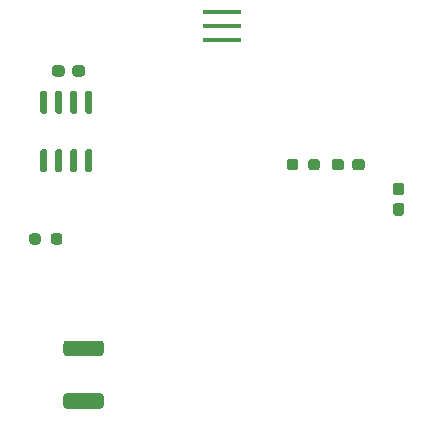
<source format=gbr>
G04 #@! TF.GenerationSoftware,KiCad,Pcbnew,5.1.7-a382d34a8~88~ubuntu18.04.1*
G04 #@! TF.CreationDate,2021-02-25T09:37:14-05:00*
G04 #@! TF.ProjectId,Dash_Right,44617368-5f52-4696-9768-742e6b696361,rev?*
G04 #@! TF.SameCoordinates,Original*
G04 #@! TF.FileFunction,Paste,Bot*
G04 #@! TF.FilePolarity,Positive*
%FSLAX46Y46*%
G04 Gerber Fmt 4.6, Leading zero omitted, Abs format (unit mm)*
G04 Created by KiCad (PCBNEW 5.1.7-a382d34a8~88~ubuntu18.04.1) date 2021-02-25 09:37:14*
%MOMM*%
%LPD*%
G01*
G04 APERTURE LIST*
%ADD10R,3.200000X0.400000*%
G04 APERTURE END LIST*
G36*
G01*
X165902500Y-89447500D02*
X166202500Y-89447500D01*
G75*
G02*
X166352500Y-89597500I0J-150000D01*
G01*
X166352500Y-91247500D01*
G75*
G02*
X166202500Y-91397500I-150000J0D01*
G01*
X165902500Y-91397500D01*
G75*
G02*
X165752500Y-91247500I0J150000D01*
G01*
X165752500Y-89597500D01*
G75*
G02*
X165902500Y-89447500I150000J0D01*
G01*
G37*
G36*
G01*
X167172500Y-89447500D02*
X167472500Y-89447500D01*
G75*
G02*
X167622500Y-89597500I0J-150000D01*
G01*
X167622500Y-91247500D01*
G75*
G02*
X167472500Y-91397500I-150000J0D01*
G01*
X167172500Y-91397500D01*
G75*
G02*
X167022500Y-91247500I0J150000D01*
G01*
X167022500Y-89597500D01*
G75*
G02*
X167172500Y-89447500I150000J0D01*
G01*
G37*
G36*
G01*
X168442500Y-89447500D02*
X168742500Y-89447500D01*
G75*
G02*
X168892500Y-89597500I0J-150000D01*
G01*
X168892500Y-91247500D01*
G75*
G02*
X168742500Y-91397500I-150000J0D01*
G01*
X168442500Y-91397500D01*
G75*
G02*
X168292500Y-91247500I0J150000D01*
G01*
X168292500Y-89597500D01*
G75*
G02*
X168442500Y-89447500I150000J0D01*
G01*
G37*
G36*
G01*
X169712500Y-89447500D02*
X170012500Y-89447500D01*
G75*
G02*
X170162500Y-89597500I0J-150000D01*
G01*
X170162500Y-91247500D01*
G75*
G02*
X170012500Y-91397500I-150000J0D01*
G01*
X169712500Y-91397500D01*
G75*
G02*
X169562500Y-91247500I0J150000D01*
G01*
X169562500Y-89597500D01*
G75*
G02*
X169712500Y-89447500I150000J0D01*
G01*
G37*
G36*
G01*
X169712500Y-84497500D02*
X170012500Y-84497500D01*
G75*
G02*
X170162500Y-84647500I0J-150000D01*
G01*
X170162500Y-86297500D01*
G75*
G02*
X170012500Y-86447500I-150000J0D01*
G01*
X169712500Y-86447500D01*
G75*
G02*
X169562500Y-86297500I0J150000D01*
G01*
X169562500Y-84647500D01*
G75*
G02*
X169712500Y-84497500I150000J0D01*
G01*
G37*
G36*
G01*
X168442500Y-84497500D02*
X168742500Y-84497500D01*
G75*
G02*
X168892500Y-84647500I0J-150000D01*
G01*
X168892500Y-86297500D01*
G75*
G02*
X168742500Y-86447500I-150000J0D01*
G01*
X168442500Y-86447500D01*
G75*
G02*
X168292500Y-86297500I0J150000D01*
G01*
X168292500Y-84647500D01*
G75*
G02*
X168442500Y-84497500I150000J0D01*
G01*
G37*
G36*
G01*
X167172500Y-84497500D02*
X167472500Y-84497500D01*
G75*
G02*
X167622500Y-84647500I0J-150000D01*
G01*
X167622500Y-86297500D01*
G75*
G02*
X167472500Y-86447500I-150000J0D01*
G01*
X167172500Y-86447500D01*
G75*
G02*
X167022500Y-86297500I0J150000D01*
G01*
X167022500Y-84647500D01*
G75*
G02*
X167172500Y-84497500I150000J0D01*
G01*
G37*
G36*
G01*
X165902500Y-84497500D02*
X166202500Y-84497500D01*
G75*
G02*
X166352500Y-84647500I0J-150000D01*
G01*
X166352500Y-86297500D01*
G75*
G02*
X166202500Y-86447500I-150000J0D01*
G01*
X165902500Y-86447500D01*
G75*
G02*
X165752500Y-86297500I0J150000D01*
G01*
X165752500Y-84647500D01*
G75*
G02*
X165902500Y-84497500I150000J0D01*
G01*
G37*
D10*
X181102000Y-80194000D03*
X181102000Y-78994000D03*
X181102000Y-77794000D03*
G36*
G01*
X166644500Y-97265500D02*
X166644500Y-96790500D01*
G75*
G02*
X166882000Y-96553000I237500J0D01*
G01*
X167382000Y-96553000D01*
G75*
G02*
X167619500Y-96790500I0J-237500D01*
G01*
X167619500Y-97265500D01*
G75*
G02*
X167382000Y-97503000I-237500J0D01*
G01*
X166882000Y-97503000D01*
G75*
G02*
X166644500Y-97265500I0J237500D01*
G01*
G37*
G36*
G01*
X164819500Y-97265500D02*
X164819500Y-96790500D01*
G75*
G02*
X165057000Y-96553000I237500J0D01*
G01*
X165557000Y-96553000D01*
G75*
G02*
X165794500Y-96790500I0J-237500D01*
G01*
X165794500Y-97265500D01*
G75*
G02*
X165557000Y-97503000I-237500J0D01*
G01*
X165057000Y-97503000D01*
G75*
G02*
X164819500Y-97265500I0J237500D01*
G01*
G37*
G36*
G01*
X187598500Y-90504000D02*
X187598500Y-90979000D01*
G75*
G02*
X187361000Y-91216500I-237500J0D01*
G01*
X186861000Y-91216500D01*
G75*
G02*
X186623500Y-90979000I0J237500D01*
G01*
X186623500Y-90504000D01*
G75*
G02*
X186861000Y-90266500I237500J0D01*
G01*
X187361000Y-90266500D01*
G75*
G02*
X187598500Y-90504000I0J-237500D01*
G01*
G37*
G36*
G01*
X189423500Y-90504000D02*
X189423500Y-90979000D01*
G75*
G02*
X189186000Y-91216500I-237500J0D01*
G01*
X188686000Y-91216500D01*
G75*
G02*
X188448500Y-90979000I0J237500D01*
G01*
X188448500Y-90504000D01*
G75*
G02*
X188686000Y-90266500I237500J0D01*
G01*
X189186000Y-90266500D01*
G75*
G02*
X189423500Y-90504000I0J-237500D01*
G01*
G37*
G36*
G01*
X167968000Y-110094000D02*
X170868000Y-110094000D01*
G75*
G02*
X171118000Y-110344000I0J-250000D01*
G01*
X171118000Y-111144000D01*
G75*
G02*
X170868000Y-111394000I-250000J0D01*
G01*
X167968000Y-111394000D01*
G75*
G02*
X167718000Y-111144000I0J250000D01*
G01*
X167718000Y-110344000D01*
G75*
G02*
X167968000Y-110094000I250000J0D01*
G01*
G37*
G36*
G01*
X167968000Y-105644000D02*
X170868000Y-105644000D01*
G75*
G02*
X171118000Y-105894000I0J-250000D01*
G01*
X171118000Y-106694000D01*
G75*
G02*
X170868000Y-106944000I-250000J0D01*
G01*
X167968000Y-106944000D01*
G75*
G02*
X167718000Y-106694000I0J250000D01*
G01*
X167718000Y-105894000D01*
G75*
G02*
X167968000Y-105644000I250000J0D01*
G01*
G37*
G36*
G01*
X191469500Y-90504000D02*
X191469500Y-90979000D01*
G75*
G02*
X191232000Y-91216500I-237500J0D01*
G01*
X190657000Y-91216500D01*
G75*
G02*
X190419500Y-90979000I0J237500D01*
G01*
X190419500Y-90504000D01*
G75*
G02*
X190657000Y-90266500I237500J0D01*
G01*
X191232000Y-90266500D01*
G75*
G02*
X191469500Y-90504000I0J-237500D01*
G01*
G37*
G36*
G01*
X193219500Y-90504000D02*
X193219500Y-90979000D01*
G75*
G02*
X192982000Y-91216500I-237500J0D01*
G01*
X192407000Y-91216500D01*
G75*
G02*
X192169500Y-90979000I0J237500D01*
G01*
X192169500Y-90504000D01*
G75*
G02*
X192407000Y-90266500I237500J0D01*
G01*
X192982000Y-90266500D01*
G75*
G02*
X193219500Y-90504000I0J-237500D01*
G01*
G37*
G36*
G01*
X167823000Y-82566500D02*
X167823000Y-83041500D01*
G75*
G02*
X167585500Y-83279000I-237500J0D01*
G01*
X166985500Y-83279000D01*
G75*
G02*
X166748000Y-83041500I0J237500D01*
G01*
X166748000Y-82566500D01*
G75*
G02*
X166985500Y-82329000I237500J0D01*
G01*
X167585500Y-82329000D01*
G75*
G02*
X167823000Y-82566500I0J-237500D01*
G01*
G37*
G36*
G01*
X169548000Y-82566500D02*
X169548000Y-83041500D01*
G75*
G02*
X169310500Y-83279000I-237500J0D01*
G01*
X168710500Y-83279000D01*
G75*
G02*
X168473000Y-83041500I0J237500D01*
G01*
X168473000Y-82566500D01*
G75*
G02*
X168710500Y-82329000I237500J0D01*
G01*
X169310500Y-82329000D01*
G75*
G02*
X169548000Y-82566500I0J-237500D01*
G01*
G37*
G36*
G01*
X196325500Y-93337500D02*
X195850500Y-93337500D01*
G75*
G02*
X195613000Y-93100000I0J237500D01*
G01*
X195613000Y-92500000D01*
G75*
G02*
X195850500Y-92262500I237500J0D01*
G01*
X196325500Y-92262500D01*
G75*
G02*
X196563000Y-92500000I0J-237500D01*
G01*
X196563000Y-93100000D01*
G75*
G02*
X196325500Y-93337500I-237500J0D01*
G01*
G37*
G36*
G01*
X196325500Y-95062500D02*
X195850500Y-95062500D01*
G75*
G02*
X195613000Y-94825000I0J237500D01*
G01*
X195613000Y-94225000D01*
G75*
G02*
X195850500Y-93987500I237500J0D01*
G01*
X196325500Y-93987500D01*
G75*
G02*
X196563000Y-94225000I0J-237500D01*
G01*
X196563000Y-94825000D01*
G75*
G02*
X196325500Y-95062500I-237500J0D01*
G01*
G37*
M02*

</source>
